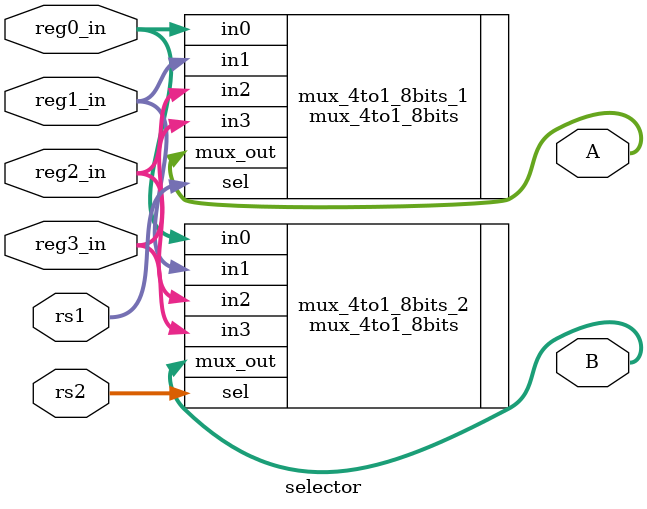
<source format=v>
module selector 
(
    input   wire [1:0] rs1,
    input   wire [1:0] rs2,
    input   wire [7:0] reg0_in,
    input   wire [7:0] reg1_in,
    input   wire [7:0] reg2_in,
    input   wire [7:0] reg3_in,
    output  wire [7:0] A,
    output  wire [7:0] B
);
    mux_4to1_8bits mux_4to1_8bits_1 
    (
        .in0(reg0_in),
        .in1(reg1_in),
        .in2(reg2_in),
        .in3(reg3_in),
        .sel(rs1),
        .mux_out(A)
    );

    mux_4to1_8bits mux_4to1_8bits_2 
    (
        .in0(reg0_in),
        .in1(reg1_in),
        .in2(reg2_in),
        .in3(reg3_in),
        .sel(rs2),
        .mux_out(B)
    );
endmodule

</source>
